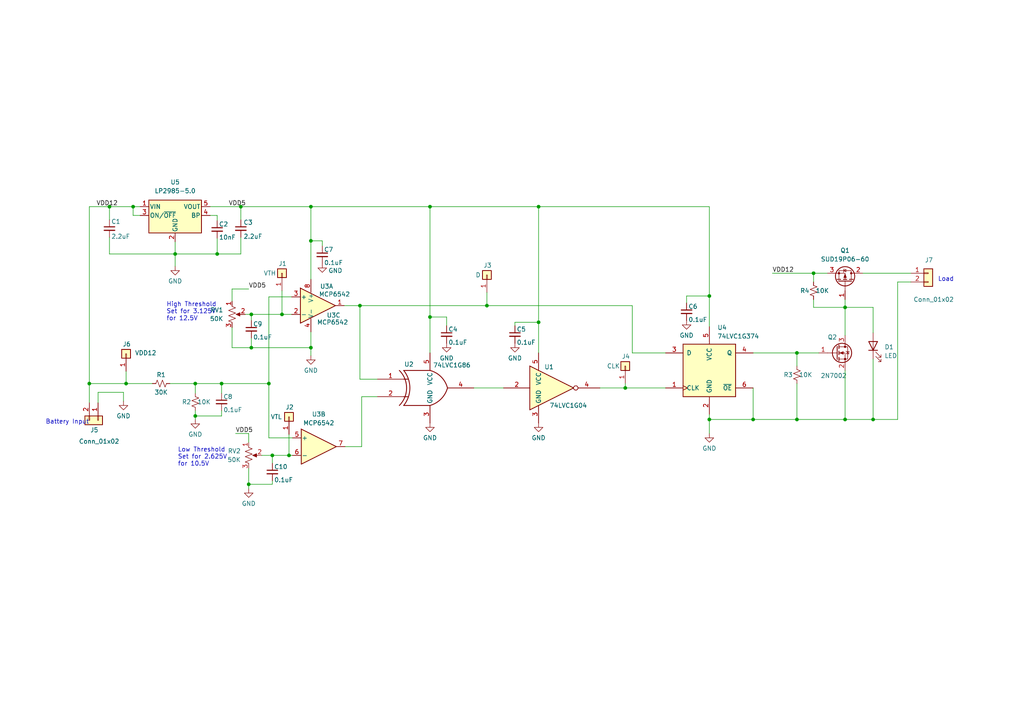
<source format=kicad_sch>
(kicad_sch (version 20230121) (generator eeschema)
  (paper "A4")
  (lib_symbols
    (symbol "74xGxx:74LVC1G04"
      (property "Reference" "U" (at 0 7.62 0))
      (property "Value" "74LVC1G04" (at 5.08 -7.62 0))
      (symbol "74LVC1G04_0_1"
        (polyline (pts (xy -7.62 6.35) (xy -7.62 -6.35) (xy 5.08 0) (xy -7.62 6.35)) (stroke (width 0.254)) (fill (type background)))
      )
      (symbol "74LVC1G04_1_1"
        (pin input line (at -15.24 0 0) (length 7.62) (name "~") (number "2"))
        (pin power_in line (at -5.08 -10.16 90) (length 5.08) (name "GND") (number "3"))
        (pin output inverted (at 12.7 0 180) (length 7.62) (name "~") (number "4"))
        (pin power_in line (at -5.08 10.16 270) (length 5.08) (name "VCC") (number "5"))
      )
    )
    (symbol "74xGxx:74LVC1G374" (pin_names (offset 1.016))
      (property "Reference" "U" (at -5.08 10.16 0))
      (property "Value" "74LVC1G374" (at 7.62 -10.16 0))
      (symbol "74LVC1G374_0_1"
        (rectangle (start -7.62 7.62) (end 7.62 -7.62) (stroke (width 0.254)) (fill (type background)))
      )
      (symbol "74LVC1G374_1_1"
        (pin input clock (at -12.7 -5.08 0) (length 5.08) (name "CLK") (number "1"))
        (pin power_in line (at 0 -12.7 90) (length 5.08) (name "GND") (number "2"))
        (pin input line (at -12.7 5.08 0) (length 5.08) (name "D") (number "3"))
        (pin tri_state line (at 12.7 5.08 180) (length 5.08) (name "Q") (number "4"))
        (pin power_in line (at 0 12.7 270) (length 5.08) (name "VCC") (number "5"))
        (pin input line (at 12.7 -5.08 180) (length 5.08) (name "~{OE}") (number "6"))
      )
    )
    (symbol "74xGxx:74LVC1G86"
      (property "Reference" "U" (at -5.08 7.62 0))
      (property "Value" "74LVC1G86" (at 7.62 -7.62 0))
      (symbol "74LVC1G86_0_1"
        (arc (start -8.89 -5.08) (mid -6.7858 0) (end -8.89 5.08) (stroke (width 0.254)))
        (arc (start -7.62 -5.08) (mid -5.838 0) (end -7.62 5.08) (stroke (width 0.254)))
        (arc (start 0 -5.08) (mid 3.1986 -3.2054) (end 5.08 0) (stroke (width 0.254)))
        (polyline (pts (xy -7.62 -2.54) (xy -6.35 -2.54)) (stroke (width 0.254)) (fill (type background)))
        (polyline (pts (xy -7.62 2.54) (xy -6.35 2.54)) (stroke (width 0.254)) (fill (type background)))
        (polyline (pts (xy 0 -5.08) (xy -7.62 -5.08)) (stroke (width 0.254)) (fill (type background)))
        (polyline (pts (xy 0 5.08) (xy -7.62 5.08)) (stroke (width 0.254)) (fill (type background)))
        (arc (start 5.08 0) (mid 3.2238 3.2304) (end 0 5.08) (stroke (width 0.254)))
      )
      (symbol "74LVC1G86_1_1"
        (pin input line (at -15.24 2.54 0) (length 7.62) (name "~") (number "1"))
        (pin input line (at -15.24 -2.54 0) (length 7.62) (name "~") (number "2"))
        (pin power_in line (at 0 -10.16 90) (length 5.08) (name "GND") (number "3"))
        (pin output line (at 12.7 0 180) (length 7.62) (name "~") (number "4"))
        (pin power_in line (at 0 10.16 270) (length 5.08) (name "VCC") (number "5"))
      )
    )
    (symbol "Comparator:MCP6562" (pin_names (offset 0.127))
      (property "Reference" "U" (at 3.81 3.81 0))
      (property "Value" "MCP6562" (at 6.35 -3.81 0))
      (symbol "MCP6562_1_1"
        (polyline (pts (xy -5.08 5.08) (xy 5.08 0) (xy -5.08 -5.08) (xy -5.08 5.08)) (stroke (width 0.254)) (fill (type background)))
        (pin output line (at 7.62 0 180) (length 2.54) (name "~") (number "1"))
        (pin input line (at -7.62 -2.54 0) (length 2.54) (name "-") (number "2"))
        (pin input line (at -7.62 2.54 0) (length 2.54) (name "+") (number "3"))
      )
      (symbol "MCP6562_2_1"
        (polyline (pts (xy -5.08 5.08) (xy 5.08 0) (xy -5.08 -5.08) (xy -5.08 5.08)) (stroke (width 0.254)) (fill (type background)))
        (pin input line (at -7.62 2.54 0) (length 2.54) (name "+") (number "5"))
        (pin input line (at -7.62 -2.54 0) (length 2.54) (name "-") (number "6"))
        (pin output line (at 7.62 0 180) (length 2.54) (name "~") (number "7"))
      )
      (symbol "MCP6562_3_1"
        (pin power_in line (at -2.54 -7.62 90) (length 3.81) (name "V-") (number "4"))
        (pin power_in line (at -2.54 7.62 270) (length 3.81) (name "V+") (number "8"))
      )
    )
    (symbol "Connector_Generic:Conn_01x01" (pin_names (offset 1.016) hide)
      (property "Reference" "J" (at 0 2.54 0))
      (property "Value" "Conn_01x01" (at 0 -2.54 0))
      (symbol "Conn_01x01_1_1"
        (rectangle (start -1.27 0.127) (end 0 -0.127) (stroke (width 0.1524)))
        (rectangle (start -1.27 1.27) (end 1.27 -1.27) (stroke (width 0.254)) (fill (type background)))
        (pin passive line (at -5.08 0 0) (length 3.81) (name "Pin_1") (number "1"))
      )
    )
    (symbol "Connector_Generic:Conn_01x02" (pin_names (offset 1.016) hide)
      (property "Reference" "J" (at 0 2.54 0))
      (property "Value" "Conn_01x02" (at 0 -5.08 0))
      (symbol "Conn_01x02_1_1"
        (rectangle (start -1.27 -2.413) (end 0 -2.667) (stroke (width 0.1524)))
        (rectangle (start -1.27 0.127) (end 0 -0.127) (stroke (width 0.1524)))
        (rectangle (start -1.27 1.27) (end 1.27 -3.81) (stroke (width 0.254)) (fill (type background)))
        (pin passive line (at -5.08 0 0) (length 3.81) (name "Pin_1") (number "1"))
        (pin passive line (at -5.08 -2.54 0) (length 3.81) (name "Pin_2") (number "2"))
      )
    )
    (symbol "Device:C_Small" (pin_numbers hide) (pin_names (offset 0.254) hide)
      (property "Reference" "C" (at 0.254 1.778 0))
      (property "Value" "C_Small" (at 0.254 -2.032 0))
      (symbol "C_Small_0_1"
        (polyline (pts (xy -1.524 -0.508) (xy 1.524 -0.508)) (stroke (width 0.3302)))
        (polyline (pts (xy -1.524 0.508) (xy 1.524 0.508)) (stroke (width 0.3048)))
      )
      (symbol "C_Small_1_1"
        (pin passive line (at 0 2.54 270) (length 2.032) (name "~") (number "1"))
        (pin passive line (at 0 -2.54 90) (length 2.032) (name "~") (number "2"))
      )
    )
    (symbol "Device:LED" (pin_numbers hide) (pin_names (offset 1.016) hide)
      (property "Reference" "D" (at 0 2.54 0))
      (property "Value" "LED" (at 0 -2.54 0))
      (symbol "LED_0_1"
        (polyline (pts (xy -1.27 -1.27) (xy -1.27 1.27)) (stroke (width 0.254)))
        (polyline (pts (xy -1.27 0) (xy 1.27 0)))
        (polyline (pts (xy 1.27 -1.27) (xy 1.27 1.27) (xy -1.27 0) (xy 1.27 -1.27)) (stroke (width 0.254)))
        (polyline (pts (xy -3.048 -0.762) (xy -4.572 -2.286) (xy -3.81 -2.286) (xy -4.572 -2.286) (xy -4.572 -1.524)))
        (polyline (pts (xy -1.778 -0.762) (xy -3.302 -2.286) (xy -2.54 -2.286) (xy -3.302 -2.286) (xy -3.302 -1.524)))
      )
      (symbol "LED_1_1"
        (pin passive line (at -3.81 0 0) (length 2.54) (name "K") (number "1"))
        (pin passive line (at 3.81 0 180) (length 2.54) (name "A") (number "2"))
      )
    )
    (symbol "Device:R_Potentiometer_US" (pin_names (offset 1.016) hide)
      (property "Reference" "RV" (at -4.445 0 90))
      (property "Value" "R_Potentiometer_US" (at -2.54 0 90))
      (symbol "R_Potentiometer_US_0_1"
        (polyline (pts (xy 0 -2.286) (xy 0 -2.54)))
        (polyline (pts (xy 0 2.54) (xy 0 2.286)))
        (polyline (pts (xy 2.54 0) (xy 1.524 0)))
        (polyline (pts (xy 1.143 0) (xy 2.286 0.508) (xy 2.286 -0.508) (xy 1.143 0)) (fill (type outline)))
        (polyline (pts (xy 0 -0.762) (xy 1.016 -1.143) (xy 0 -1.524) (xy -1.016 -1.905) (xy 0 -2.286)))
        (polyline (pts (xy 0 0.762) (xy 1.016 0.381) (xy 0 0) (xy -1.016 -0.381) (xy 0 -0.762)))
        (polyline (pts (xy 0 2.286) (xy 1.016 1.905) (xy 0 1.524) (xy -1.016 1.143) (xy 0 0.762)))
      )
      (symbol "R_Potentiometer_US_1_1"
        (pin passive line (at 0 3.81 270) (length 1.27) (name "1") (number "1"))
        (pin passive line (at 3.81 0 180) (length 1.27) (name "2") (number "2"))
        (pin passive line (at 0 -3.81 90) (length 1.27) (name "3") (number "3"))
      )
    )
    (symbol "Device:R_Small_US" (pin_numbers hide) (pin_names (offset 0.254) hide)
      (property "Reference" "R" (at 0.762 0.508 0))
      (property "Value" "R_Small_US" (at 0.762 -1.016 0))
      (symbol "R_Small_US_1_1"
        (polyline (pts (xy 0 0) (xy 1.016 -0.381) (xy 0 -0.762) (xy -1.016 -1.143) (xy 0 -1.524)))
        (polyline (pts (xy 0 1.524) (xy 1.016 1.143) (xy 0 0.762) (xy -1.016 0.381) (xy 0 0)))
        (pin passive line (at 0 2.54 270) (length 1.016) (name "~") (number "1"))
        (pin passive line (at 0 -2.54 90) (length 1.016) (name "~") (number "2"))
      )
    )
    (symbol "Regulator_Linear:LP2985-5.0" (pin_names (offset 0.254))
      (property "Reference" "U" (at -6.35 5.715 0))
      (property "Value" "LP2985-5.0" (at 0 5.715 0))
      (symbol "LP2985-5.0_0_1"
        (rectangle (start -7.62 -5.08) (end 7.62 4.445) (stroke (width 0.254)) (fill (type background)))
      )
      (symbol "LP2985-5.0_1_1"
        (pin power_in line (at -10.16 2.54 0) (length 2.54) (name "VIN") (number "1"))
        (pin power_in line (at 0 -7.62 90) (length 2.54) (name "GND") (number "2"))
        (pin input line (at -10.16 0 0) (length 2.54) (name "ON/~{OFF}") (number "3"))
        (pin input line (at 10.16 0 180) (length 2.54) (name "BP") (number "4"))
        (pin power_out line (at 10.16 2.54 180) (length 2.54) (name "VOUT") (number "5"))
      )
    )
    (symbol "Transistor_FET:2N7002" (pin_names hide)
      (property "Reference" "Q" (at 5.08 1.905 0))
      (property "Value" "2N7002" (at 5.08 0 0))
      (symbol "2N7002_0_1"
        (polyline (pts (xy 0.254 0) (xy -2.54 0)))
        (polyline (pts (xy 0.254 1.905) (xy 0.254 -1.905)) (stroke (width 0.254)))
        (polyline (pts (xy 0.762 -1.27) (xy 0.762 -2.286)) (stroke (width 0.254)))
        (polyline (pts (xy 0.762 0.508) (xy 0.762 -0.508)) (stroke (width 0.254)))
        (polyline (pts (xy 0.762 2.286) (xy 0.762 1.27)) (stroke (width 0.254)))
        (polyline (pts (xy 2.54 2.54) (xy 2.54 1.778)))
        (polyline (pts (xy 2.54 -2.54) (xy 2.54 0) (xy 0.762 0)))
        (polyline (pts (xy 0.762 -1.778) (xy 3.302 -1.778) (xy 3.302 1.778) (xy 0.762 1.778)))
        (polyline (pts (xy 1.016 0) (xy 2.032 0.381) (xy 2.032 -0.381) (xy 1.016 0)) (fill (type outline)))
        (polyline (pts (xy 2.794 0.508) (xy 2.921 0.381) (xy 3.683 0.381) (xy 3.81 0.254)))
        (polyline (pts (xy 3.302 0.381) (xy 2.921 -0.254) (xy 3.683 -0.254) (xy 3.302 0.381)))
        (circle (center 1.651 0) (radius 2.794) (stroke (width 0.254)))
        (circle (center 2.54 -1.778) (radius 0.254) (fill (type outline)))
        (circle (center 2.54 1.778) (radius 0.254) (fill (type outline)))
      )
      (symbol "2N7002_1_1"
        (pin input line (at -5.08 0 0) (length 2.54) (name "G") (number "1"))
        (pin passive line (at 2.54 -5.08 90) (length 2.54) (name "S") (number "2"))
        (pin passive line (at 2.54 5.08 270) (length 2.54) (name "D") (number "3"))
      )
    )
    (symbol "Transistor_FET:SUD19P06-60" (pin_names hide)
      (property "Reference" "Q" (at 4.953 1.905 0))
      (property "Value" "SUD19P06-60" (at 4.953 0 0))
      (symbol "SUD19P06-60_0_1"
        (polyline (pts (xy 0.254 0) (xy -2.54 0)))
        (polyline (pts (xy 0.254 1.905) (xy 0.254 -1.905)) (stroke (width 0.254)))
        (polyline (pts (xy 0.762 -1.27) (xy 0.762 -2.286)) (stroke (width 0.254)))
        (polyline (pts (xy 0.762 0.508) (xy 0.762 -0.508)) (stroke (width 0.254)))
        (polyline (pts (xy 0.762 2.286) (xy 0.762 1.27)) (stroke (width 0.254)))
        (polyline (pts (xy 2.54 2.54) (xy 2.54 1.778)))
        (polyline (pts (xy 2.54 -2.54) (xy 2.54 0) (xy 0.762 0)))
        (polyline (pts (xy 0.762 1.778) (xy 3.302 1.778) (xy 3.302 -1.778) (xy 0.762 -1.778)))
        (polyline (pts (xy 2.286 0) (xy 1.27 0.381) (xy 1.27 -0.381) (xy 2.286 0)) (fill (type outline)))
        (polyline (pts (xy 2.794 -0.508) (xy 2.921 -0.381) (xy 3.683 -0.381) (xy 3.81 -0.254)))
        (polyline (pts (xy 3.302 -0.381) (xy 2.921 0.254) (xy 3.683 0.254) (xy 3.302 -0.381)))
        (circle (center 1.651 0) (radius 2.794) (stroke (width 0.254)))
        (circle (center 2.54 -1.778) (radius 0.254) (fill (type outline)))
        (circle (center 2.54 1.778) (radius 0.254) (fill (type outline)))
      )
      (symbol "SUD19P06-60_1_1"
        (pin input line (at -5.08 0 0) (length 2.54) (name "G") (number "1"))
        (pin passive line (at 2.54 5.08 270) (length 2.54) (name "D") (number "2"))
        (pin passive line (at 2.54 -5.08 90) (length 2.54) (name "S") (number "3"))
      )
    )
    (symbol "power:GND" (power) (pin_names (offset 0))
      (property "Value" "GND" (at 0 -3.81 0))
      (symbol "GND_0_1"
        (polyline (pts (xy 0 0) (xy 0 -1.27) (xy 1.27 -1.27) (xy 0 -2.54) (xy -1.27 -1.27) (xy 0 -1.27)))
      )
      (symbol "GND_1_1"
        (pin power_in line (at 0 0 270) (length 0) hide (name "GND") (number "1"))
      )
    )
  )
  (junction (at 81.788 91.186))
  (junction (at 72.898 100.838))
  (junction (at 56.642 120.65))
  (junction (at 245.11 121.666))
  (junction (at 218.44 121.666))
  (junction (at 205.74 121.666))
  (junction (at 56.642 111.252))
  (junction (at 38.608 59.944))
  (junction (at 231.14 121.666))
  (junction (at 245.11 89.154))
  (junction (at 90.17 100.838))
  (junction (at 36.576 111.252))
  (junction (at 90.17 69.85))
  (junction (at 25.908 111.252))
  (junction (at 181.356 112.522))
  (junction (at 253.238 121.666))
  (junction (at 124.714 59.944))
  (junction (at 205.74 85.852))
  (junction (at 78.994 132.08))
  (junction (at 235.966 79.248))
  (junction (at 104.394 88.646))
  (junction (at 50.8 73.66))
  (junction (at 69.85 59.944))
  (junction (at 156.21 59.944))
  (junction (at 77.978 111.252))
  (junction (at 72.898 91.186))
  (junction (at 90.17 59.944))
  (junction (at 156.21 93.472))
  (junction (at 141.224 88.646))
  (junction (at 124.714 91.948))
  (junction (at 72.136 140.462))
  (junction (at 231.14 102.362))
  (junction (at 83.82 132.08))
  (junction (at 31.75 59.944))
  (junction (at 62.992 73.66))
  (junction (at 64.262 111.252))
  (wire (pts (xy 67.31 94.996) (xy 67.31 100.838)))
  (wire (pts (xy 156.21 59.944) (xy 124.714 59.944)))
  (wire (pts (xy 75.946 132.08) (xy 78.994 132.08)))
  (wire (pts (xy 56.642 120.65) (xy 56.642 121.666)))
  (wire (pts (xy 72.136 128.27) (xy 72.136 125.73)))
  (wire (pts (xy 199.136 85.852) (xy 205.74 85.852)))
  (wire (pts (xy 149.352 94.488) (xy 149.352 93.472)))
  (wire (pts (xy 67.31 83.82) (xy 72.136 83.82)))
  (wire (pts (xy 25.908 59.944) (xy 25.908 111.252)))
  (wire (pts (xy 77.978 111.252) (xy 77.978 127)))
  (wire (pts (xy 93.472 69.85) (xy 90.17 69.85)))
  (wire (pts (xy 146.05 112.522) (xy 137.414 112.522)))
  (wire (pts (xy 235.966 86.868) (xy 235.966 89.154)))
  (wire (pts (xy 253.238 121.666) (xy 245.11 121.666)))
  (wire (pts (xy 109.474 109.982) (xy 104.394 109.982)))
  (wire (pts (xy 84.582 86.106) (xy 77.978 86.106)))
  (wire (pts (xy 104.902 115.062) (xy 109.474 115.062)))
  (wire (pts (xy 231.14 111.252) (xy 231.14 121.666)))
  (wire (pts (xy 245.11 89.154) (xy 245.11 97.282)))
  (wire (pts (xy 90.17 103.124) (xy 90.17 100.838)))
  (wire (pts (xy 205.74 94.742) (xy 205.74 85.852)))
  (wire (pts (xy 64.262 119.126) (xy 64.262 120.65)))
  (wire (pts (xy 78.994 132.08) (xy 83.82 132.08)))
  (wire (pts (xy 183.388 88.646) (xy 183.388 102.362)))
  (wire (pts (xy 83.82 132.08) (xy 84.836 132.08)))
  (wire (pts (xy 205.74 59.944) (xy 156.21 59.944)))
  (wire (pts (xy 231.14 102.362) (xy 231.14 106.172)))
  (wire (pts (xy 72.898 91.186) (xy 81.788 91.186)))
  (wire (pts (xy 129.54 91.948) (xy 124.714 91.948)))
  (wire (pts (xy 83.82 125.984) (xy 83.82 132.08)))
  (wire (pts (xy 124.714 91.948) (xy 124.714 102.362)))
  (wire (pts (xy 72.136 135.89) (xy 72.136 140.462)))
  (wire (pts (xy 129.54 94.488) (xy 129.54 91.948)))
  (wire (pts (xy 156.21 93.472) (xy 156.21 102.362)))
  (wire (pts (xy 181.356 112.522) (xy 193.04 112.522)))
  (wire (pts (xy 40.64 62.484) (xy 38.608 62.484)))
  (wire (pts (xy 90.17 59.944) (xy 90.17 69.85)))
  (wire (pts (xy 56.642 111.252) (xy 56.642 114.046)))
  (wire (pts (xy 183.388 102.362) (xy 193.04 102.362)))
  (wire (pts (xy 56.642 119.126) (xy 56.642 120.65)))
  (wire (pts (xy 60.96 59.944) (xy 69.85 59.944)))
  (wire (pts (xy 78.994 132.08) (xy 78.994 134.366)))
  (wire (pts (xy 25.908 111.252) (xy 25.908 116.84)))
  (wire (pts (xy 235.966 89.154) (xy 245.11 89.154)))
  (wire (pts (xy 235.966 79.248) (xy 240.03 79.248)))
  (wire (pts (xy 235.966 81.788) (xy 235.966 79.248)))
  (wire (pts (xy 72.898 98.044) (xy 72.898 100.838)))
  (wire (pts (xy 90.17 59.944) (xy 69.85 59.944)))
  (wire (pts (xy 72.136 140.462) (xy 72.136 141.732)))
  (wire (pts (xy 50.8 77.216) (xy 50.8 73.66)))
  (wire (pts (xy 81.788 84.328) (xy 81.788 91.186)))
  (wire (pts (xy 124.714 59.944) (xy 124.714 91.948)))
  (wire (pts (xy 50.8 73.66) (xy 50.8 70.104)))
  (wire (pts (xy 100.076 129.54) (xy 104.902 129.54)))
  (wire (pts (xy 260.35 81.788) (xy 260.35 121.666)))
  (wire (pts (xy 35.814 113.792) (xy 28.448 113.792)))
  (wire (pts (xy 90.17 69.85) (xy 90.17 81.026)))
  (wire (pts (xy 69.85 68.834) (xy 69.85 73.66)))
  (wire (pts (xy 31.75 59.944) (xy 38.608 59.944)))
  (wire (pts (xy 218.44 102.362) (xy 231.14 102.362)))
  (wire (pts (xy 218.44 112.522) (xy 218.44 121.666)))
  (wire (pts (xy 72.898 100.838) (xy 90.17 100.838)))
  (wire (pts (xy 205.74 121.666) (xy 205.74 120.142)))
  (wire (pts (xy 67.31 100.838) (xy 72.898 100.838)))
  (wire (pts (xy 56.642 111.252) (xy 64.262 111.252)))
  (wire (pts (xy 124.714 59.944) (xy 90.17 59.944)))
  (wire (pts (xy 35.814 116.332) (xy 35.814 113.792)))
  (wire (pts (xy 81.788 91.186) (xy 84.582 91.186)))
  (wire (pts (xy 64.262 120.65) (xy 56.642 120.65)))
  (wire (pts (xy 149.352 93.472) (xy 156.21 93.472)))
  (wire (pts (xy 93.472 71.374) (xy 93.472 69.85)))
  (wire (pts (xy 62.992 62.484) (xy 60.96 62.484)))
  (wire (pts (xy 253.238 104.14) (xy 253.238 121.666)))
  (wire (pts (xy 231.14 121.666) (xy 218.44 121.666)))
  (wire (pts (xy 36.576 111.252) (xy 44.196 111.252)))
  (wire (pts (xy 31.75 63.754) (xy 31.75 59.944)))
  (wire (pts (xy 67.31 87.376) (xy 67.31 83.82)))
  (wire (pts (xy 245.11 121.666) (xy 231.14 121.666)))
  (wire (pts (xy 78.994 139.446) (xy 78.994 140.462)))
  (wire (pts (xy 62.992 73.66) (xy 50.8 73.66)))
  (wire (pts (xy 104.394 88.646) (xy 104.394 109.982)))
  (wire (pts (xy 104.394 88.646) (xy 141.224 88.646)))
  (wire (pts (xy 72.898 91.186) (xy 72.898 92.964)))
  (wire (pts (xy 245.11 86.868) (xy 245.11 89.154)))
  (wire (pts (xy 25.908 59.944) (xy 31.75 59.944)))
  (wire (pts (xy 62.992 69.088) (xy 62.992 73.66)))
  (wire (pts (xy 250.19 79.248) (xy 264.16 79.248)))
  (wire (pts (xy 31.75 68.834) (xy 31.75 73.66)))
  (wire (pts (xy 77.978 127) (xy 84.836 127)))
  (wire (pts (xy 64.262 111.252) (xy 77.978 111.252)))
  (wire (pts (xy 104.902 129.54) (xy 104.902 115.062)))
  (wire (pts (xy 205.74 85.852) (xy 205.74 59.944)))
  (wire (pts (xy 36.576 107.696) (xy 36.576 111.252)))
  (wire (pts (xy 31.75 73.66) (xy 50.8 73.66)))
  (wire (pts (xy 77.978 86.106) (xy 77.978 111.252)))
  (wire (pts (xy 264.16 81.788) (xy 260.35 81.788)))
  (wire (pts (xy 141.224 84.836) (xy 141.224 88.646)))
  (wire (pts (xy 245.11 107.442) (xy 245.11 121.666)))
  (wire (pts (xy 253.238 96.52) (xy 253.238 89.154)))
  (wire (pts (xy 28.448 113.792) (xy 28.448 116.84)))
  (wire (pts (xy 69.85 59.944) (xy 69.85 63.754)))
  (wire (pts (xy 68.326 125.73) (xy 72.136 125.73)))
  (wire (pts (xy 71.12 91.186) (xy 72.898 91.186)))
  (wire (pts (xy 173.99 112.522) (xy 181.356 112.522)))
  (wire (pts (xy 231.14 102.362) (xy 237.49 102.362)))
  (wire (pts (xy 78.994 140.462) (xy 72.136 140.462)))
  (wire (pts (xy 62.992 64.008) (xy 62.992 62.484)))
  (wire (pts (xy 199.136 87.884) (xy 199.136 85.852)))
  (wire (pts (xy 181.356 111.252) (xy 181.356 112.522)))
  (wire (pts (xy 38.608 59.944) (xy 40.64 59.944)))
  (wire (pts (xy 90.17 100.838) (xy 90.17 96.266)))
  (wire (pts (xy 253.238 89.154) (xy 245.11 89.154)))
  (wire (pts (xy 25.908 111.252) (xy 36.576 111.252)))
  (wire (pts (xy 156.21 59.944) (xy 156.21 93.472)))
  (wire (pts (xy 38.608 62.484) (xy 38.608 59.944)))
  (wire (pts (xy 99.822 88.646) (xy 104.394 88.646)))
  (wire (pts (xy 224.028 79.248) (xy 235.966 79.248)))
  (wire (pts (xy 205.74 125.73) (xy 205.74 121.666)))
  (wire (pts (xy 69.85 73.66) (xy 62.992 73.66)))
  (wire (pts (xy 260.35 121.666) (xy 253.238 121.666)))
  (wire (pts (xy 49.276 111.252) (xy 56.642 111.252)))
  (wire (pts (xy 218.44 121.666) (xy 205.74 121.666)))
  (wire (pts (xy 64.262 114.046) (xy 64.262 111.252)))
  (wire (pts (xy 141.224 88.646) (xy 183.388 88.646)))
  (text "Load" (at 272.034 81.788 0) (effects (font (size 1.27 1.27)) (justify left bottom)))
  (text "Battery Input" (at 13.208 123.19 0) (effects (font (size 1.27 1.27)) (justify left bottom)))
  (text "Low Threshold\nSet for 2.625V\nfor 10.5V" (at 51.562 135.382 0) (effects (font (size 1.27 1.27)) (justify left bottom)))
  (text "High Threshold\nSet for 3.125V\nfor 12.5V" (at 48.26 93.218 0) (effects (font (size 1.27 1.27)) (justify left bottom)))
  (label "VDD5" (at 68.326 125.73 0))
  (label "VDD12" (at 224.028 79.248 0))
  (label "VDD12" (at 27.94 59.944 0))
  (label "VDD5" (at 72.136 83.82 0))
  (label "VDD5" (at 66.294 59.944 0))
  (symbol (lib_id "Device:C_Small") (at 129.54 97.028 0) (unit 1)
    (property "Reference" "C4" (at 130.048 95.504 0) (effects (justify left)))
    (property "Value" "0.1uF" (at 130.048 99.314 0) (effects (justify left)))
    (property "Footprint" "Capacitor_SMD:C_0603_1608Metric_Pad1.08x0.95mm_HandSolder" (effects hide))
  )
  (symbol (lib_id "Device:R_Small_US") (at 56.642 116.586 180) (unit 1)
    (property "Reference" "R2" (at 54.102 116.586 0))
    (property "Value" "10K" (at 59.182 116.586 0))
    (property "Footprint" "Resistor_SMD:R_0603_1608Metric_Pad0.98x0.95mm_HandSolder" (effects hide))
  )
  (symbol (lib_id "Device:C_Small") (at 78.994 136.906 0) (unit 1)
    (property "Reference" "C10" (at 79.502 135.382 0) (effects (justify left)))
    (property "Value" "0.1uF" (at 79.502 139.192 0) (effects (justify left)))
    (property "Footprint" "Capacitor_SMD:C_0603_1608Metric_Pad1.08x0.95mm_HandSolder" (effects hide))
  )
  (symbol (lib_id "Device:C_Small") (at 69.85 66.294 0) (unit 1)
    (property "Reference" "C3" (at 70.612 64.516 0) (effects (justify left)))
    (property "Value" "2.2uF" (at 70.612 68.58 0) (effects (justify left)))
    (property "Footprint" "Capacitor_SMD:C_0603_1608Metric_Pad1.08x0.95mm_HandSolder" (effects hide))
  )
  (symbol (lib_id "power:GND") (at 50.8 77.216 0) (unit 1)
    (property "Reference" "#PWR05" (effects hide))
    (property "Value" "GND" (at 50.8 81.534 0))
  )
  (symbol (lib_id "power:GND") (at 35.814 116.332 0) (unit 1)
    (property "Reference" "#PWR012" (effects hide))
    (property "Value" "GND" (at 35.814 120.65 0))
  )
  (symbol (lib_id "Device:C_Small") (at 31.75 66.294 0) (unit 1)
    (property "Reference" "C1" (at 32.258 64.262 0) (effects (justify left)))
    (property "Value" "2.2uF" (at 32.258 68.58 0) (effects (justify left)))
    (property "Footprint" "Capacitor_SMD:C_0603_1608Metric_Pad1.08x0.95mm_HandSolder" (effects hide))
  )
  (symbol (lib_id "Device:R_Small_US") (at 235.966 84.328 180) (unit 1)
    (property "Reference" "R4" (at 233.426 84.328 0))
    (property "Value" "10K" (at 238.506 84.328 0))
    (property "Footprint" "Resistor_SMD:R_0603_1608Metric_Pad0.98x0.95mm_HandSolder" (effects hide))
  )
  (symbol (lib_id "power:GND") (at 199.136 92.964 0) (unit 1)
    (property "Reference" "#PWR09" (effects hide))
    (property "Value" "GND" (at 199.136 97.282 0))
  )
  (symbol (lib_id "power:GND") (at 93.472 76.454 0) (unit 1)
    (property "Reference" "#PWR06" (effects hide))
    (property "Value" "GND" (at 97.282 78.486 0))
  )
  (symbol (lib_id "Device:R_Small_US") (at 231.14 108.712 180) (unit 1)
    (property "Reference" "R3" (at 228.6 108.712 0))
    (property "Value" "10K" (at 233.68 108.712 0))
    (property "Footprint" "Resistor_SMD:R_0603_1608Metric_Pad0.98x0.95mm_HandSolder" (effects hide))
  )
  (symbol (lib_id "Device:C_Small") (at 199.136 90.424 0) (unit 1)
    (property "Reference" "C6" (at 199.644 88.9 0) (effects (justify left)))
    (property "Value" "0.1uF" (at 199.644 92.71 0) (effects (justify left)))
    (property "Footprint" "Capacitor_SMD:C_0603_1608Metric_Pad1.08x0.95mm_HandSolder" (effects hide))
  )
  (symbol (lib_id "Connector_Generic:Conn_01x02") (at 28.448 121.92 270) (unit 1)
    (property "Reference" "J5" (at 26.162 124.714 90) (effects (justify left)))
    (property "Value" "Conn_01x02" (at 22.86 128.016 90) (effects (justify left)))
    (property "Footprint" "Connector_PinHeader_2.54mm:PinHeader_1x02_P2.54mm_Vertical" (effects hide))
  )
  (symbol (lib_id "Connector_Generic:Conn_01x01") (at 83.82 120.904 90) (unit 1)
    (property "Reference" "J2" (at 82.804 118.11 90) (effects (justify right)))
    (property "Value" "VTL" (at 78.486 120.904 90) (effects (justify right)))
    (property "Footprint" "Connector_PinHeader_2.54mm:PinHeader_1x01_P2.54mm_Vertical" (effects hide))
  )
  (symbol (lib_id "Comparator:MCP6562") (at 92.202 88.646 0) (unit 1)
    (property "Reference" "U3" (at 94.742 83.058 0))
    (property "Value" "MCP6542" (at 97.028 85.344 0))
    (property "Footprint" "Package_SO:SOIC-8_3.9x4.9mm_P1.27mm" (effects hide))
    (property "Datasheet" "http://ww1.microchip.com/downloads/en/DeviceDoc/MCP6561-1R-1U-2-4-1.8V-Low-Power-Push-Pull-Output-Comparator-DS20002139E.pdf" (effects hide))
    (property "Mouser PN" "579-MCP6542T-I/SN" (effects hide))
  )
  (symbol (lib_id "Device:C_Small") (at 93.472 73.914 0) (unit 1)
    (property "Reference" "C7" (at 93.98 72.39 0) (effects (justify left)))
    (property "Value" "0.1uF" (at 93.98 76.2 0) (effects (justify left)))
    (property "Footprint" "Capacitor_SMD:C_0603_1608Metric_Pad1.08x0.95mm_HandSolder" (effects hide))
  )
  (symbol (lib_id "Connector_Generic:Conn_01x02") (at 269.24 79.248 0) (unit 1)
    (property "Reference" "J7" (at 268.224 75.438 0) (effects (justify left)))
    (property "Value" "Conn_01x02" (at 264.922 86.868 0) (effects (justify left)))
    (property "Footprint" "Connector_PinHeader_2.54mm:PinHeader_1x02_P2.54mm_Vertical" (effects hide))
  )
  (symbol (lib_id "Device:R_Potentiometer_US") (at 72.136 132.08 0) (unit 1)
    (property "Reference" "RV2" (at 69.85 130.81 0) (effects (justify right)))
    (property "Value" "50K" (at 69.85 133.35 0) (effects (justify right)))
    (property "Footprint" "Potentiometer_THT:Potentiometer_Bourns_3296W_Vertical" (effects hide))
  )
  (symbol (lib_id "74xGxx:74LVC1G374") (at 205.74 107.442 0) (unit 1)
    (property "Reference" "U4" (at 208.0634 94.996 0) (effects (justify left)))
    (property "Value" "74LVC1G374" (at 208.0634 97.536 0) (effects (justify left)))
    (property "Footprint" "Package_TO_SOT_SMD:SOT-23-6_Handsoldering" (effects hide))
    (property "Datasheet" "http://www.ti.com/lit/sg/scyt129e/scyt129e.pdf" (effects hide))
    (property "Mouser PN" "595-SN74LVC1G374DBVR" (effects hide))
  )
  (symbol (lib_id "74xGxx:74LVC1G86") (at 124.714 112.522 0) (unit 1)
    (property "Reference" "U2" (at 118.618 105.664 0))
    (property "Value" "74LVC1G86" (at 131.064 105.918 0))
    (property "Footprint" "Package_TO_SOT_SMD:SOT-23-5_HandSoldering" (effects hide))
    (property "Datasheet" "http://www.ti.com/lit/sg/scyt129e/scyt129e.pdf" (effects hide))
    (property "Mouser PN" "595-SN74LVC1G86DBVR" (effects hide))
  )
  (symbol (lib_id "power:GND") (at 205.74 125.73 0) (unit 1)
    (property "Reference" "#PWR01" (effects hide))
    (property "Value" "GND" (at 205.74 130.048 0))
  )
  (symbol (lib_id "Device:R_Small_US") (at 46.736 111.252 90) (unit 1)
    (property "Reference" "R1" (at 46.736 108.712 90))
    (property "Value" "30K" (at 46.736 113.792 90))
    (property "Footprint" "Resistor_SMD:R_0603_1608Metric_Pad0.98x0.95mm_HandSolder" (effects hide))
  )
  (symbol (lib_id "power:GND") (at 90.17 103.124 0) (unit 1)
    (property "Reference" "#PWR04" (effects hide))
    (property "Value" "GND" (at 90.17 107.442 0))
  )
  (symbol (lib_id "Connector_Generic:Conn_01x01") (at 36.576 102.616 90) (unit 1)
    (property "Reference" "J6" (at 35.56 99.822 90) (effects (justify right)))
    (property "Value" "VDD12" (at 39.116 102.362 90) (effects (justify right)))
    (property "Footprint" "Connector_PinHeader_2.54mm:PinHeader_1x01_P2.54mm_Vertical" (effects hide))
  )
  (symbol (lib_id "power:GND") (at 56.642 121.666 0) (unit 1)
    (property "Reference" "#PWR010" (effects hide))
    (property "Value" "GND" (at 56.642 125.984 0))
  )
  (symbol (lib_id "power:GND") (at 149.352 99.568 0) (unit 1)
    (property "Reference" "#PWR08" (effects hide))
    (property "Value" "GND" (at 149.352 103.886 0))
  )
  (symbol (lib_id "Comparator:MCP6562") (at 92.71 88.646 0) (unit 3)
    (property "Reference" "U3" (at 94.742 91.44 0) (effects (justify left)))
    (property "Value" "MCP6542" (at 91.948 93.472 0) (effects (justify left)))
    (property "Footprint" "Package_SO:SOIC-8_3.9x4.9mm_P1.27mm" (effects hide))
    (property "Datasheet" "http://ww1.microchip.com/downloads/en/DeviceDoc/MCP6561-1R-1U-2-4-1.8V-Low-Power-Push-Pull-Output-Comparator-DS20002139E.pdf" (effects hide))
    (property "Mouser PN" "579-MCP6542T-I/SN" (effects hide))
  )
  (symbol (lib_id "Connector_Generic:Conn_01x01") (at 81.788 79.248 90) (unit 1)
    (property "Reference" "J1" (at 80.772 76.454 90) (effects (justify right)))
    (property "Value" "VTH" (at 76.454 79.248 90) (effects (justify right)))
    (property "Footprint" "Connector_PinHeader_2.54mm:PinHeader_1x01_P2.54mm_Vertical" (effects hide))
  )
  (symbol (lib_id "Device:C_Small") (at 149.352 97.028 0) (unit 1)
    (property "Reference" "C5" (at 149.86 95.504 0) (effects (justify left)))
    (property "Value" "0.1uF" (at 149.86 99.314 0) (effects (justify left)))
    (property "Footprint" "Capacitor_SMD:C_0603_1608Metric_Pad1.08x0.95mm_HandSolder" (effects hide))
  )
  (symbol (lib_id "power:GND") (at 124.714 122.682 0) (unit 1)
    (property "Reference" "#PWR02" (effects hide))
    (property "Value" "GND" (at 124.714 127 0))
  )
  (symbol (lib_id "Transistor_FET:2N7002") (at 242.57 102.362 0) (unit 1)
    (property "Reference" "Q2" (at 240.03 97.79 0) (effects (justify left)))
    (property "Value" "2N7002" (at 237.998 108.966 0) (effects (justify left)))
    (property "Footprint" "Package_TO_SOT_SMD:SOT-23" (effects hide))
    (property "Datasheet" "https://www.onsemi.com/pub/Collateral/NDS7002A-D.PDF" (effects hide))
  )
  (symbol (lib_id "Connector_Generic:Conn_01x01") (at 141.224 79.756 90) (unit 1)
    (property "Reference" "J3" (at 140.208 76.962 90) (effects (justify right)))
    (property "Value" "D" (at 137.922 79.756 90) (effects (justify right)))
    (property "Footprint" "Connector_PinHeader_2.54mm:PinHeader_1x01_P2.54mm_Vertical" (effects hide))
  )
  (symbol (lib_id "Device:C_Small") (at 72.898 95.504 0) (unit 1)
    (property "Reference" "C9" (at 73.406 93.98 0) (effects (justify left)))
    (property "Value" "0.1uF" (at 73.406 97.79 0) (effects (justify left)))
    (property "Footprint" "Capacitor_SMD:C_0603_1608Metric_Pad1.08x0.95mm_HandSolder" (effects hide))
  )
  (symbol (lib_id "Device:C_Small") (at 62.992 66.548 0) (unit 1)
    (property "Reference" "C2" (at 63.5 65.024 0) (effects (justify left)))
    (property "Value" "10nF" (at 63.5 68.834 0) (effects (justify left)))
    (property "Footprint" "Capacitor_SMD:C_0603_1608Metric_Pad1.08x0.95mm_HandSolder" (effects hide))
  )
  (symbol (lib_id "Device:C_Small") (at 64.262 116.586 0) (unit 1)
    (property "Reference" "C8" (at 64.77 115.062 0) (effects (justify left)))
    (property "Value" "0.1uF" (at 64.77 118.872 0) (effects (justify left)))
    (property "Footprint" "Capacitor_SMD:C_0603_1608Metric_Pad1.08x0.95mm_HandSolder" (effects hide))
  )
  (symbol (lib_id "power:GND") (at 129.54 99.568 0) (unit 1)
    (property "Reference" "#PWR07" (effects hide))
    (property "Value" "GND" (at 129.54 103.886 0))
  )
  (symbol (lib_id "Device:LED") (at 253.238 100.33 90) (unit 1)
    (property "Reference" "D1" (at 256.54 100.6475 90) (effects (justify right)))
    (property "Value" "LED" (at 256.54 103.1875 90) (effects (justify right)))
    (property "Footprint" "LED_THT:LED_D5.0mm" (effects hide))
  )
  (symbol (lib_id "Regulator_Linear:LP2985-5.0") (at 50.8 62.484 0) (unit 1)
    (property "Reference" "U5" (at 50.8 52.832 0))
    (property "Value" "LP2985-5.0" (at 50.8 55.372 0))
    (property "Footprint" "Package_TO_SOT_SMD:SOT-23-5_HandSoldering" (effects hide))
    (property "Datasheet" "http://www.ti.com/lit/ds/symlink/lp2985.pdf" (effects hide))
    (property "Mouser PN" "926-LP2985AIM5X50NPB" (effects hide))
  )
  (symbol (lib_id "Device:R_Potentiometer_US") (at 67.31 91.186 0) (unit 1)
    (property "Reference" "RV1" (at 64.77 89.916 0) (effects (justify right)))
    (property "Value" "50K" (at 64.77 92.456 0) (effects (justify right)))
    (property "Footprint" "Potentiometer_THT:Potentiometer_Bourns_3296W_Vertical" (effects hide))
  )
  (symbol (lib_id "Connector_Generic:Conn_01x01") (at 181.356 106.172 90) (unit 1)
    (property "Reference" "J4" (at 180.34 103.378 90) (effects (justify right)))
    (property "Value" "CLK" (at 176.022 106.172 90) (effects (justify right)))
    (property "Footprint" "Connector_PinHeader_2.54mm:PinHeader_1x01_P2.54mm_Vertical" (effects hide))
  )
  (symbol (lib_id "power:GND") (at 72.136 141.732 0) (unit 1)
    (property "Reference" "#PWR011" (effects hide))
    (property "Value" "GND" (at 72.136 146.05 0))
  )
  (symbol (lib_id "Comparator:MCP6562") (at 92.456 129.54 0) (unit 2)
    (property "Reference" "U3" (at 92.456 120.142 0))
    (property "Value" "MCP6542" (at 92.456 122.682 0))
    (property "Footprint" "Package_SO:SOIC-8_3.9x4.9mm_P1.27mm" (effects hide))
    (property "Datasheet" "http://ww1.microchip.com/downloads/en/DeviceDoc/MCP6561-1R-1U-2-4-1.8V-Low-Power-Push-Pull-Output-Comparator-DS20002139E.pdf" (effects hide))
    (property "Mouser PN" "579-MCP6542T-I/SN" (effects hide))
  )
  (symbol (lib_id "74xGxx:74LVC1G04") (at 161.29 112.522 0) (unit 1)
    (property "Reference" "U1" (at 159.258 106.426 0))
    (property "Value" "74LVC1G04" (at 164.846 117.602 0))
    (property "Footprint" "Package_TO_SOT_SMD:SOT-23-5_HandSoldering" (effects hide))
    (property "Datasheet" "https://www.ti.com/lit/ds/symlink/sn74lvc1g04.pdf" (effects hide))
    (property "MouserPN" "595-SN74LVC1G04DBVR" (effects hide))
  )
  (symbol (lib_id "power:GND") (at 156.21 122.682 0) (unit 1)
    (property "Reference" "#PWR03" (effects hide))
    (property "Value" "GND" (at 156.21 127 0))
  )
  (symbol (lib_id "Transistor_FET:SUD19P06-60") (at 245.11 81.788 270) (mirror x) (unit 1)
    (property "Reference" "Q1" (at 245.11 72.644 90))
    (property "Value" "SUD19P06-60" (at 245.11 75.184 90))
    (property "Footprint" "Package_TO_SOT_SMD:TO-252-2" (effects hide))
    (property "Datasheet" "https://www.vishay.com/docs/69253/sud19p06.pdf" (effects hide))
    (property "Mouser PN" "781-SUD19P06-60L-E3" (effects hide))
  )
)
</source>
